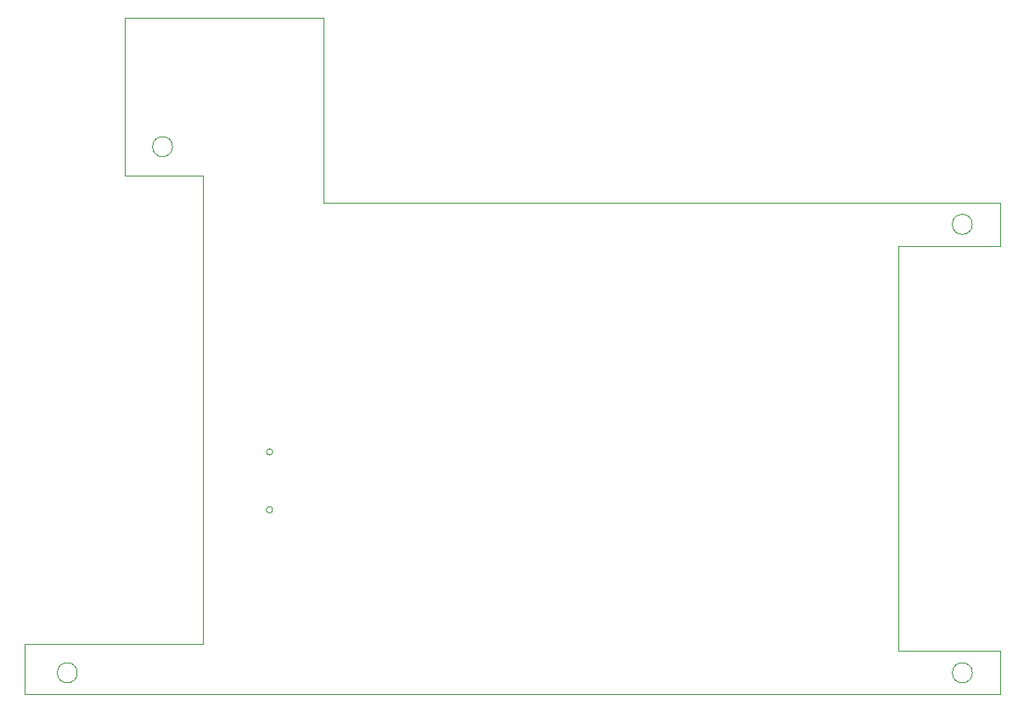
<source format=gbr>
%TF.GenerationSoftware,KiCad,Pcbnew,7.0.11-7.0.11~ubuntu22.04.1*%
%TF.CreationDate,2024-06-30T10:09:10-03:00*%
%TF.ProjectId,Pico_GG_LCD,5069636f-5f47-4475-9f4c-43442e6b6963,rev?*%
%TF.SameCoordinates,Original*%
%TF.FileFunction,Profile,NP*%
%FSLAX46Y46*%
G04 Gerber Fmt 4.6, Leading zero omitted, Abs format (unit mm)*
G04 Created by KiCad (PCBNEW 7.0.11-7.0.11~ubuntu22.04.1) date 2024-06-30 10:09:10*
%MOMM*%
%LPD*%
G01*
G04 APERTURE LIST*
%TA.AperFunction,Profile*%
%ADD10C,0.050000*%
%TD*%
G04 APERTURE END LIST*
D10*
X189350000Y-71900000D02*
X199462500Y-71900000D01*
X132000000Y-67600000D02*
X199462500Y-67600000D01*
X196712500Y-69750000D02*
G75*
G03*
X194712500Y-69750000I-1000000J0D01*
G01*
X194712500Y-69750000D02*
G75*
G03*
X196712500Y-69750000I1000000J0D01*
G01*
X199462500Y-116600000D02*
X199462500Y-112300000D01*
X196712500Y-114500000D02*
G75*
G03*
X194712500Y-114500000I-1000000J0D01*
G01*
X194712500Y-114500000D02*
G75*
G03*
X196712500Y-114500000I1000000J0D01*
G01*
X132000000Y-49100000D02*
X132000000Y-67600000D01*
X189350000Y-71900000D02*
X189362500Y-112300000D01*
X120000000Y-111600000D02*
X102212500Y-111600000D01*
X112212500Y-49100000D02*
X132000000Y-49100000D01*
X116962500Y-62000000D02*
G75*
G03*
X114962500Y-62000000I-1000000J0D01*
G01*
X114962500Y-62000000D02*
G75*
G03*
X116962500Y-62000000I1000000J0D01*
G01*
X199462500Y-116600000D02*
X102212500Y-116600000D01*
X107462500Y-114500000D02*
G75*
G03*
X105462500Y-114500000I-1000000J0D01*
G01*
X105462500Y-114500000D02*
G75*
G03*
X107462500Y-114500000I1000000J0D01*
G01*
X120000000Y-64900000D02*
X112212500Y-64900000D01*
X112212500Y-49100000D02*
X112212500Y-64900000D01*
X199462500Y-71900000D02*
X199462500Y-67600000D01*
X102212500Y-116600000D02*
X102212500Y-111600000D01*
X199462500Y-112300000D02*
X189362500Y-112300000D01*
X120000000Y-111600000D02*
X120000000Y-64900000D01*
%TO.C,P1*%
X126942500Y-92460000D02*
G75*
G03*
X126317500Y-92460000I-312500J0D01*
G01*
X126317500Y-92460000D02*
G75*
G03*
X126942500Y-92460000I312500J0D01*
G01*
X126942500Y-98240000D02*
G75*
G03*
X126317500Y-98240000I-312500J0D01*
G01*
X126317500Y-98240000D02*
G75*
G03*
X126942500Y-98240000I312500J0D01*
G01*
%TD*%
M02*

</source>
